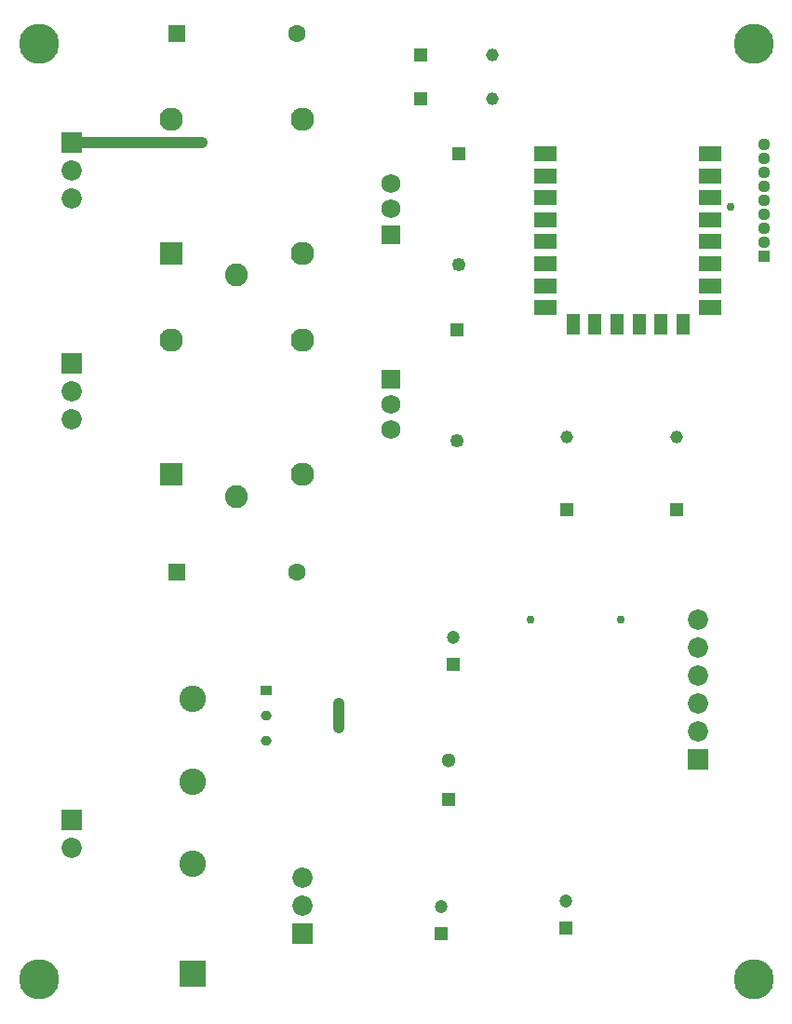
<source format=gts>
G04*
G04 #@! TF.GenerationSoftware,Altium Limited,Altium Designer,22.1.2 (22)*
G04*
G04 Layer_Color=8388736*
%FSLAX43Y43*%
%MOMM*%
G71*
G04*
G04 #@! TF.SameCoordinates,B9ED1628-3B94-4FFD-BB59-448334CAC492*
G04*
G04*
G04 #@! TF.FilePolarity,Negative*
G04*
G01*
G75*
%ADD19R,1.004X0.872*%
G04:AMPARAMS|DCode=20|XSize=1.004mm|YSize=0.872mm|CornerRadius=0.436mm|HoleSize=0mm|Usage=FLASHONLY|Rotation=0.000|XOffset=0mm|YOffset=0mm|HoleType=Round|Shape=RoundedRectangle|*
%AMROUNDEDRECTD20*
21,1,1.004,0.000,0,0,0.0*
21,1,0.132,0.872,0,0,0.0*
1,1,0.872,0.066,0.000*
1,1,0.872,-0.066,0.000*
1,1,0.872,-0.066,0.000*
1,1,0.872,0.066,0.000*
%
%ADD20ROUNDEDRECTD20*%
G04:AMPARAMS|DCode=21|XSize=1.004mm|YSize=3.182mm|CornerRadius=0.437mm|HoleSize=0mm|Usage=FLASHONLY|Rotation=0.000|XOffset=0mm|YOffset=0mm|HoleType=Round|Shape=RoundedRectangle|*
%AMROUNDEDRECTD21*
21,1,1.004,2.308,0,0,0.0*
21,1,0.131,3.182,0,0,0.0*
1,1,0.874,0.065,-1.154*
1,1,0.874,-0.065,-1.154*
1,1,0.874,-0.065,1.154*
1,1,0.874,0.065,1.154*
%
%ADD21ROUNDEDRECTD21*%
%ADD23R,1.250X1.850*%
%ADD24R,2.150X1.350*%
%ADD25C,1.050*%
%ADD26C,1.200*%
%ADD27R,1.200X1.200*%
%ADD28C,1.300*%
%ADD29R,1.300X1.300*%
%ADD30C,1.120*%
%ADD31R,1.120X1.120*%
%ADD32R,1.850X1.850*%
%ADD33C,1.850*%
%ADD34R,1.150X1.150*%
%ADD35C,1.150*%
%ADD36C,2.130*%
%ADD37C,2.085*%
%ADD38R,2.130X2.130*%
%ADD39R,1.750X1.750*%
%ADD40C,1.750*%
%ADD41R,1.840X1.840*%
%ADD42C,1.840*%
%ADD43C,2.415*%
%ADD44R,2.415X2.415*%
%ADD45C,1.600*%
%ADD46R,1.600X1.600*%
%ADD47R,1.150X1.150*%
%ADD48C,1.250*%
%ADD49R,1.250X1.250*%
%ADD50C,0.750*%
%ADD51C,3.650*%
D19*
X24705Y30290D02*
D03*
D20*
Y28000D02*
D03*
Y25710D02*
D03*
D21*
X31295Y28000D02*
D03*
D23*
X62598Y63545D02*
D03*
X60598D02*
D03*
X58598D02*
D03*
X56598D02*
D03*
X54598D02*
D03*
X52598D02*
D03*
D24*
X65098Y79045D02*
D03*
Y77045D02*
D03*
Y75045D02*
D03*
Y73045D02*
D03*
Y71045D02*
D03*
Y69045D02*
D03*
Y67045D02*
D03*
Y65045D02*
D03*
X50098D02*
D03*
Y67045D02*
D03*
Y69045D02*
D03*
Y71045D02*
D03*
Y73045D02*
D03*
Y75045D02*
D03*
Y77045D02*
D03*
Y79045D02*
D03*
D25*
X7000Y80080D02*
X18858D01*
D26*
X51900Y11150D02*
D03*
X41700Y35100D02*
D03*
X40600Y10650D02*
D03*
D27*
X51900Y8650D02*
D03*
X41700Y32600D02*
D03*
X40600Y8150D02*
D03*
D28*
X41300Y23900D02*
D03*
D29*
Y20400D02*
D03*
D30*
X70000Y79890D02*
D03*
Y78620D02*
D03*
Y77350D02*
D03*
Y76080D02*
D03*
Y74810D02*
D03*
Y73540D02*
D03*
Y72270D02*
D03*
Y71000D02*
D03*
D31*
Y69730D02*
D03*
D32*
X7000Y80080D02*
D03*
Y60000D02*
D03*
X28007Y8164D02*
D03*
X7000Y18540D02*
D03*
D33*
Y77540D02*
D03*
Y75000D02*
D03*
Y57460D02*
D03*
Y54920D02*
D03*
X28007Y10704D02*
D03*
Y13244D02*
D03*
X7000Y16000D02*
D03*
D34*
X38720Y88000D02*
D03*
Y84000D02*
D03*
D35*
X45280Y88000D02*
D03*
Y84000D02*
D03*
X62000Y53280D02*
D03*
X52000D02*
D03*
D36*
X16000Y62100D02*
D03*
X28000D02*
D03*
Y49900D02*
D03*
X16000Y82200D02*
D03*
X28000D02*
D03*
Y70000D02*
D03*
D37*
X22000Y47900D02*
D03*
X22000Y68000D02*
D03*
D38*
X16000Y49900D02*
D03*
X16000Y70000D02*
D03*
D39*
X36000Y71710D02*
D03*
Y58580D02*
D03*
D40*
Y74000D02*
D03*
Y76290D02*
D03*
Y56290D02*
D03*
Y54000D02*
D03*
D41*
X64000Y24000D02*
D03*
D42*
Y26540D02*
D03*
Y29080D02*
D03*
Y31620D02*
D03*
Y34160D02*
D03*
Y36700D02*
D03*
D43*
X18000Y29500D02*
D03*
Y22000D02*
D03*
Y14500D02*
D03*
D44*
Y4500D02*
D03*
D45*
X27438Y41000D02*
D03*
Y90000D02*
D03*
D46*
X16562Y41000D02*
D03*
Y90000D02*
D03*
D47*
X62000Y46720D02*
D03*
X52000D02*
D03*
D48*
X42200Y69000D02*
D03*
X42000Y53000D02*
D03*
D49*
X42200Y79000D02*
D03*
X42000Y63000D02*
D03*
D50*
X56900Y36700D02*
D03*
X48700D02*
D03*
X66900Y74200D02*
D03*
D51*
X69000Y4000D02*
D03*
X4000D02*
D03*
Y89000D02*
D03*
X69000D02*
D03*
M02*

</source>
